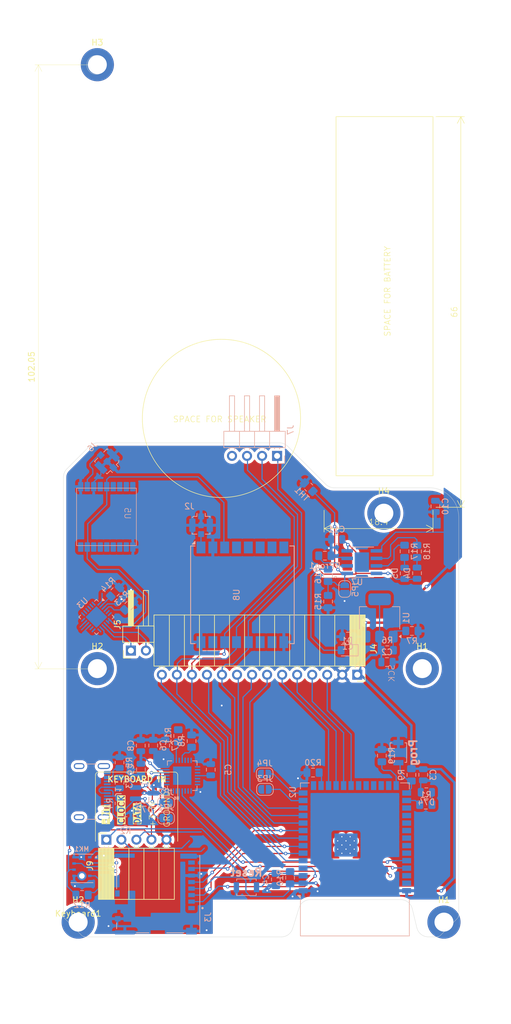
<source format=kicad_pcb>
(kicad_pcb (version 20241229) (generator "pcbnew") (generator_version "9.0")
  (layers (0 "F.Cu" signal) (2 "B.Cu" signal) (13 "F.Paste" user) (15 "B.Paste" user) (5 "F.SilkS" user "F.Silkscreen") (7 "B.SilkS" user "B.Silkscreen") (1 "F.Mask" user) (3 "B.Mask" user) (25 "Edge.Cuts" user))
  (net 0 "")
  (net 1 "5V")
  (net 2 "3.3V")
  (net 3 "EN")
  (net 4 "Net-(J2-In)")
  (net 6 "USB_DN")
  (net 7 "USB_DP")
  (net 8 "Net-(D74-A)")
  (net 9 "Net-(U2-IO35)")
  (net 10 "Net-(J1-CC1)")
  (net 11 "USB_D+")
  (net 12 "USB_D-")
  (net 13 "Net-(J1-CC2)")
  (net 14 "Net-(U1-GND)")
  (net 15 "IO0")
  (net 18 "Display_LED_BacklightEN")
  (net 19 "T_IRQ")
  (net 20 "KEEB_SCL")
  (net 21 "Net-(U6-NC{slash}VPP)")
  (net 22 "Net-(U6-~{SUSPEND})")
  (net 23 "KEEB_D")
  (net 24 "SHARED_CLCK")
  (net 25 "SHARED_MOSI")
  (net 26 "SHARED_MISO")
  (net 29 "LoRa_DIO2")
  (net 30 "LoRa_RST")
  (net 32 "LoRa_DIO1")
  (net 34 "LoRa_Select")
  (net 37 "MICRO_SD_CS")
  (net 38 "Net-(U6-~{RST})")
  (net 41 "SPEAKER+")
  (net 42 "SPEAKER-")
  (net 43 "Net-(J6-In)")
  (net 54 "Display_DC")
  (net 55 "Display_RST")
  (net 56 "Display_SCK")
  (net 57 "Display_MOSI")
  (net 58 "T_CS")
  (net 59 "Display_MISO")
  (net 60 "Display_CS")
  (net 61 "BigSD_CS")
  (net 62 "Interface_Tx")
  (net 63 "Interface_Rx")
  (net 67 "KEEB_INT")
  (net 81 "GPS_On{slash}OFF")
  (net 82 "GPS_SlaveOut")
  (net 83 "GPS_RST")
  (net 84 "GPS_SlaveIn")
  (net 85 "Batt+")
  (net 86 "MIC_BCLK")
  (net 87 "MIC_LRCK")
  (net 88 "MIC_DOUT")
  (net 89 "MIC_EN")
  (net 90 "Net-(MK1-L{slash}R)")
  (net 91 "Net-(U3-SD_MODE)")
  (net 92 "Net-(U3-GAIN_SLOT)")
  (net 93 "SPKR_DIN")
  (net 94 "SPKR_LRCK")
  (net 96 "Net-(JP1-A)")
  (net 97 "SPKR_BCLK")
  (net 98 "Net-(JP2-A)")
  (net 99 "SPKR_EN")
  (net 100 "Net-(D4-K)")
  (net 101 "Net-(D5-K)")
  (net 102 "Net-(JP5-B)")
  (net 103 "Net-(U2-IO45)")
  (net 104 "Net-(U2-IO46)")
  (net 105 "Net-(U7-~{CHRG})")
  (net 106 "Net-(U7-~{STDBY})")
  (net 107 "Net-(U7-PROG)")
  (net 108 "GND")
  (footprint "Connector_PinHeader_2.54mm:PinHeader_1x02_P2.54mm_Horizontal" (layer "F.Cu") (at 138.86 83.11 90)
    (property "Reference" "J5")
    (property "Value" "Conn_01x02_Pin")
  )
  (footprint "MountingHole:MountingHole_3.2mm_M3_DIN965_Pad_TopBottom" (layer "F.Cu") (at 191.75 128.99)
    (property "Reference" "H1")
    (property "Value" "MountingHole_Pad_MP")
  )
  (footprint "MountingHole:MountingHole_3.2mm_M3_DIN965_Pad_TopBottom" (layer "F.Cu") (at 181.6 59.9)
    (property "Reference" "H4")
    (property "Value" "MountingHole_Pad_MP")
  )
  (footprint "TestPoint:TestPoint_Pad_1.0x1.0mm" (layer "F.Cu") (at 129.95 128.99)
    (property "Reference" "Keyboard1")
    (property "Value" "Keyboard")
  )
  (footprint "Connector_PinSocket_2.54mm:PinSocket_1x05_P2.54mm_Horizontal" (layer "F.Cu") (at 134.71 115.06 90)
    (property "Reference" "J9")
    (property "Value" "Conn_01x05_Socket")
  )
  (footprint "MountingHole:MountingHole_3.2mm_M3_DIN965_Pad_TopBottom" (layer "F.Cu") (at 129.95 128.99)
    (property "Reference" "H2")
    (property "Value" "MountingHole_Pad_MP")
  )
  (footprint "Connector_PinSocket_2.54mm:PinSocket_1x14_P2.54mm_Horizontal" (layer "F.Cu") (at 177.11 87.19 -90)
    (property "Reference" "J4")
    (property "Value" "Conn_01x14_Socket")
  )
  (footprint "MountingHole:MountingHole_3.2mm_M3_DIN965_Pad_TopBottom" (layer "F.Cu") (at 188.09 86.165)
    (property "Reference" "H1")
    (property "Value" "MountingHole_Pad_MP")
  )
  (footprint "MountingHole:MountingHole_3.2mm_M3_DIN965_Pad_TopBottom" (layer "F.Cu") (at 133.19 86.165)
    (property "Reference" "H2")
    (property "Value" "MountingHole_Pad_MP")
  )
  (footprint "MountingHole:MountingHole_3.2mm_M3_DIN965_Pad_TopBottom" (layer "F.Cu") (at 133.19 -15.871853)
    (property "Reference" "H3")
    (property "Value" "MountingHole_Pad_MP")
  )
  (footprint "USB4105-GF-A (1):M210Z" (layer "B.Cu") (at 135.78 60.12 90)
    (property "Reference" "U5")
    (property "Value" "M210Z")
  )
  (footprint "Capacitor_SMD:C_0805_2012Metric" (layer "B.Cu") (at 142.63 99.139997 90)
    (property "Reference" "C6")
    (property "Value" "100nF")
  )
  (footprint "Capacitor_SMD:C_0805_2012Metric" (layer "B.Cu") (at 190.3 58.749999 90)
    (property "Reference" "C10")
    (property "Value" "10uF")
  )
  (footprint "Jumper:SolderJumper-2_P1.3mm_Open_RoundedPad1.0x1.5mm" (layer "B.Cu") (at 161.51 106.565001 180)
    (property "Reference" "JP3")
    (property "Value" "SolderJumper_2_Open")
  )
  (footprint "Capacitor_SMD:C_0805_2012Metric_Pad1.18x1.45mm_HandSolder" (layer "B.Cu") (at 181.26 100.865001 90)
    (property "Reference" "R19")
    (property "Value" "10kΩ")
  )
  (footprint "Package_DFN_QFN:QFN-24-1EP_4x4mm_P0.5mm_EP2.6x2.6mm" (layer "B.Cu") (at 133.037418 77.442582 -135)
    (property "Reference" "U3")
    (property "Value" "MAX98357AETE_T")
  )
  (footprint "Capacitor_SMD:C_0805_2012Metric" (layer "B.Cu") (at 140.53 99.17 -90)
    (property "Reference" "C8")
    (property "Value" "100nF")
  )
  (footprint "Jumper:SolderJumper-2_P1.3mm_Open_RoundedPad1.0x1.5mm" (layer "B.Cu") (at 144.799998 111.41 180)
    (property "Reference" "JP1")
    (property "Value" "SolderJumper_2_Open")
  )
  (footprint "Resistor_SMD:R_0805_2012Metric_Pad1.20x1.40mm_HandSolder" (layer "B.Cu") (at 168.9 55.5 -45)
    (property "Reference" "TH1")
    (property "Value" "Thermistor_NTC")
  )
  (footprint "Resistor_SMD:R_0805_2012Metric" (layer "B.Cu") (at 136.939999 102.0375 90)
    (property "Reference" "R5")
    (property "Value" "5.1kΩ")
  )
  (footprint "Resistor_SMD:R_0805_2012Metric" (layer "B.Cu") (at 136.939999 108.9375 -90)
    (property "Reference" "R4")
    (property "Value" "22Ω")
  )
  (footprint "Capacitor_SMD:C_0805_2012Metric" (layer "B.Cu") (at 144.66 99.139997 90)
    (property "Reference" "C7")
    (property "Value" "1uF")
  )
  (footprint "Capacitor_SMD:C_0805_2012Metric" (layer "B.Cu") (at 187.202038 70.036845 -90)
    (property "Reference" "D4")
    (property "Value" "LED")
  )
  (footprint "Capacitor_SMD:C_0805_2012Metric_Pad1.18x1.45mm_HandSolder" (layer "B.Cu") (at 138.547548 75.510413 -135)
    (property "Reference" "R13")
    (property "Value" "10kΩ")
  )
  (footprint "Capacitor_SMD:C_0805_2012Metric" (layer "B.Cu") (at 175.524539 80.756844)
    (property "Reference" "C1")
    (property "Value" "10uF")
  )
  (footprint "Capacitor_SMD:C_0805_2012Metric_Pad1.18x1.45mm_HandSolder" (layer "B.Cu") (at 146.853251 97.522498 -90)
    (property "Reference" "R11")
    (property "Value" "10kΩ")
  )
  (footprint "Package_TO_SOT_SMD:SOT-223-3_TabPin2" (layer "B.Cu") (at 180.87454 77.606844 90)
    (property "Reference" "U1")
    (property "Value" "AMS1117-3.3")
  )
  (footprint "Capacitor_SMD:C_0805_2012Metric" (layer "B.Cu") (at 188.25 104.1 90)
    (property "Reference" "C3")
    (property "Value" "1uF")
  )
  (footprint "Capacitor_SMD:C_0805_2012Metric" (layer "B.Cu") (at 140.55 103.19 -90)
    (property "Reference" "C9")
    (property "Value" "4.7uF")
  )
  (footprint "RF_Module:Ai-Thinker-Ra-01-LoRa" (layer "B.Cu") (at 157.7 73.69 -90)
    (property "Reference" "U8")
    (property "Value" "RA-01H")
  )
  (footprint "Capacitor_SMD:C_0805_2012Metric_Pad1.18x1.45mm_HandSolder" (layer "B.Cu") (at 130.6 124.4)
    (property "Reference" "R12")
    (property "Value" "10kΩ")
  )
  (footprint "Capacitor_SMD:C_0805_2012Metric_Pad1.18x1.45mm_HandSolder" (layer "B.Cu") (at 186.250002 104.112501 -90)
    (property "Reference" "R9")
    (property "Value" "10kΩ")
  )
  (footprint "RF_Module:ESP32-S3-WROOM-1" (layer "B.Cu") (at 176.7 118.425001)
    (property "Reference" "U2")
    (property "Value" "ESP32-S3-WROOM-1-N8")
  )
  (footprint "Capacitor_SMD:C_0805_2012Metric" (layer "B.Cu") (at 182.124539 85.056844 180)
    (property "Reference" "C2")
    (property "Value" "22uF")
  )
  (footprint "Capacitor_SMD:C_0805_2012Metric" (layer "B.Cu") (at 188.774999 107.050001)
    (property "Reference" "D74")
    (property "Value" "LED")
  )
  (footprint "Capacitor_SMD:C_0805_2012Metric" (layer "B.Cu") (at 185.112038 70.066845 -90)
    (property "Reference" "D5")
    (property "Value" "LED")
  )
  (footprint "Capacitor_SMD:C_0805_2012Metric" (layer "B.Cu") (at 152.35 103.239999 -90)
    (property "Reference" "C5")
    (property "Value" "4.7uF")
  )
  (footprint "USB4105-GF-A (1):QFN28G_0.5-5X5MM" (layer "B.Cu") (at 147.53 104.25)
    (property "Reference" "U6")
    (property "Value" "INTERFACE-CP2102-GMR_QFN28_")
    (property "VALUE" "CP2102-GMR-QFN28" (hide yes))
  )
  (footprint "Connector_PinHeader_2.54mm:PinHeader_1x04_P2.54mm_Horizontal" (layer "B.Cu") (at 163.559999 50.22 90)
    (property "Reference" "J7")
    (property "Value" "Conn_01x04_Pin")
  )
  (footprint "Capacitor_SMD:C_0805_2012Metric_Pad1.18x1.45mm_HandSolder" (layer "B.Cu") (at 165.749999 121.487501 -90)
    (property "Reference" "R10")
    (property "Value" "10kΩ")
  )
  (footprint "Capacitor_SMD:C_0805_2012Metric_Pad1.18x1.45mm_HandSolder" (layer "B.Cu") (at 182.17454 83.056844 180)
    (property "Reference" "R6")
    (property "Value" "500Ω")
  )
  (footprint "Jumper:SolderJumper-2_P1.3mm_Open_RoundedPad1.0x1.5mm" (layer "B.Cu") (at 144.809999 108.84 180)
    (property "Reference" "JP2")
    (property "Value" "SolderJumper_2_Open")
  )
  (footprint "Package_TO_SOT_SMD:SOT-23_Handsoldering" (layer "B.Cu") (at 141.139999 107.2)
    (property "Reference" "D72")
    (property "Value" "ESDA5V3L")
  )
  (footprint "USB4105-GF-A (1):SW_SPST_B3U-1000P_MovedText" (layer "B.Cu") (at 158.379999 123.1 180)
    (property "Reference" "SW2")
    (property "Value" "Reset")
  )
  (footprint "Capacitor_SMD:C_0805_2012Metric_Pad1.18x1.45mm_HandSolder" (layer "B.Cu") (at 171.634538 67.086844)
    (property "Reference" "RProg1")
    (property "Value" "330")
  )
  (footprint "Jumper:SolderJumper-2_P1.3mm_Open_RoundedPad1.0x1.5mm" (layer "B.Cu") (at 174.982038 72.706843 90)
    (property "Reference" "JP5")
    (property "Value" "SolderJumper_2_Open")
  )
  (footprint "Resistor_SMD:R_0805_2012Metric" (layer "B.Cu") (at 136.939999 105.4625 90)
    (property "Reference" "R3")
    (property "Value" "22Ω")
  )
  (footprint "Connector_USB:USB_C_Receptacle_GCT_USB4105-xx-A_16P_TopMnt_Horizontal" (layer "B.Cu") (at 131.184999 106.95 90)
    (property "Reference" "J1")
    (property "Value" "USB4105-GF-A")
  )
  (footprint "Connector_Coaxial:U.FL_Molex_MCRF_73412-0110_Vertical" (layer "B.Cu") (at 134.827702 51.142004 45)
    (property "Reference" "J6")
    (property "Value" "Conn_Coaxial")
  )
  (footprint "Capacitor_SMD:C_0805_2012Metric_Pad1.18x1.45mm_HandSolder" (layer "B.Cu") (at 163.35 121.787501 -90)
    (property "Reference" "C4")
    (property "Value" "1uF")
  )
  (footprint "USB4105-GF-A (1):SW_SPST_B3U-1000P_MovedText" (layer "B.Cu") (at 184.05 100.35 90)
    (property "Reference" "SW1")
    (property "Value" "Prog")
  )
  (footprint "USB4105-GF-A (1):MIC_INMP441" (layer "B.Cu") (at 130.58 119.9 180)
    (property "Reference" "MK1")
    (property "Value" "INMP441")
  )
  (footprint "Diode_SMD:D_0805_2012Metric_Pad1.15x1.40mm_HandSolder" (layer "B.Cu") (at 175.399537 83.056844 180)
    (property "Reference" "D1")
    (property "Value" "D")
  )
  (footprint "USB4105-GF-A (1):SOP127P600X175-9N" (layer "B.Cu") (at 177.877038 68.171844)
    (property "Reference" "U7")
    (property "Value" "TP4056")
  )
  (footprint "USB4105-GF-A (1):MOLEX_503398-1892" (layer "B.Cu") (at 143.475 124.245001 90)
    (property "Reference" "J3")
    (property "Value" "503398-1892")
  )
  (footprint "Capacitor_SMD:C_0805_2012Metric" (layer "B.Cu") (at 173.622037 64.326844 180)
    (property "Reference" "C11")
    (property "Value" "10uF")
  )
  (footprint "Capacitor_SMD:C_0805_2012Metric_Pad1.18x1.45mm_HandSolder" (layer "B.Cu") (at 172.174538 74.829344 -90)
    (property "Reference" "R15")
    (property "Value" "R2")
  )
  (footprint "Capacitor_SMD:C_0805_2012Metric_Pad1.18x1.45mm_HandSolder" (layer "B.Cu") (at 186.337502 79.8)
    (property "Reference" "R7")
    (property "Value" "806Ω")
  )
  (footprint "Capacitor_SMD:C_0805_2012Metric_Pad1.18x1.45mm_HandSolder" (layer "B.Cu") (at 172.162038 70.404344 -90)
    (property "Reference" "R16")
    (property "Value" "R1")
  )
  (footprint "Capacitor_SMD:C_0805_2012Metric_Pad1.18x1.45mm_HandSolder" (layer "B.Cu") (at 187.192038 66.354344 90)
    (property "Reference" "R18")
    (property "Value" "1000")
  )
  (footprint "Resistor_SMD:R_0805_2012Metric" (layer "B.Cu") (at 137.952499 111.924999)
    (property "Reference" "R2")
    (property "Value" "5.1kΩ")
  )
  (footprint "Jumper:SolderJumper-2_P1.3mm_Open_RoundedPad1.0x1.5mm" (layer "B.Cu") (at 161.46 103.965002 180)
    (property "Reference" "JP4")
    (property "Value" "SolderJumper_2_Open")
  )
  (footprint "Capacitor_SMD:C_0805_2012Metric_Pad1.18x1.45mm_HandSolder" (layer "B.Cu") (at 188.6875 109.150001 180)
    (property "Reference" "R1")
    (property "Value" "1000")
  )
  (footprint "Capacitor_SMD:C_0805_2012Metric_Pad1.18x1.45mm_HandSolder" (layer "B.Cu") (at 149.11 98.407498 -90)
    (property "Reference" "R8")
    (property "Value" "10kΩ")
  )
  (footprint "Connector_Coaxial:U.FL_Molex_MCRF_73412-0110_Vertical" (layer "B.Cu") (at 150.714999 61.94 180)
    (property "Reference" "J2")
    (property "Value" "Conn_Coaxial")
  )
  (footprint "Capacitor_SMD:C_0805_2012Metric_Pad1.18x1.45mm_HandSolder" (layer "B.Cu") (at 136.187579 73.203477 -135)
    (property "Reference" "R14")
    (property "Value" "10kΩ")
  )
  (footprint "Capacitor_SMD:C_0805_2012Metric_Pad1.18x1.45mm_HandSolder" (layer "B.Cu") (at 169.63 103.73 180)
    (property "Reference" "R20")
    (property "Value" "10kΩ")
  )
  (footprint "Capacitor_SMD:C_0805_2012Metric_Pad1.18x1.45mm_HandSolder" (layer "B.Cu") (at 185.092038 66.344344 90)
    (property "Reference" "R17")
    (property "Value" "1000")
  )
  (gr_poly (pts (xy 191.8 55.7) (xy 194.7 57.8) (xy 194.7 67.3) (xy 192.7 69.3) (xy 192.6 69.3) (xy 191.8 68.5)) (stroke (width 0.2)) (fill yes) (layer "B.Cu") (net 85))
  (gr_poly (pts (xy 145.11 102.86) (xy 146.01 101.96) (xy 146.01 100.79) (xy 145.3 100.08) (xy 143.22 100.08) (xy 142.75 100.55) (xy 142.75 102.05) (xy 143.56 102.86)) (stroke (width 0.2)) (fill yes) (layer "B.Cu") (net 1))
  (gr_arc (start 132.87 104.14) (mid 133.016447 103.786447) (end 133.37 103.64) (stroke (width 0.1)) (layer "F.SilkS"))
  (gr_line (start 133.37 103.64) (end 146.27 103.64) (stroke (width 0.1)) (layer "F.SilkS"))
  (gr_rect (start 173.52 -7.1) (end 189.9 53.58) (stroke (width 0.1)) (fill no) (layer "F.SilkS"))
  (gr_line (start 146.77 104.14) (end 146.77 115.34) (stroke (width 0.1)) (layer "F.SilkS"))
  (gr_circle (center 154.16 43.89) (end 163.61 53.34) (stroke (width 0.1)) (fill no) (layer "F.SilkS"))
  (gr_arc (start 146.27 103.64) (mid 146.623553 103.786447) (end 146.77 104.14) (stroke (width 0.1)) (layer "F.SilkS"))
  (gr_line (start 132.87 115.34) (end 132.87 104.14) (stroke (width 0.1)) (layer "F.SilkS"))
  (gr_line (start 166.186005 130.081367) (end 167.263995 126.598632) (stroke (width 0.05)) (layer "Edge.Cuts"))
  (gr_arc (start 166.186005 130.081367) (mid 165.462295 131.099785) (end 164.275434 131.49) (stroke (width 0.05)) (layer "Edge.Cuts"))
  (gr_arc (start 131.864213 48.595787) (mid 132.513061 48.16225) (end 133.278427 48.01) (stroke (width 0.05)) (layer "Edge.Cuts"))
  (gr_arc (start 127.45 53.838427) (mid 127.602241 53.07306) (end 128.035786 52.424214) (stroke (width 0.05)) (layer "Edge.Cuts"))
  (gr_line (start 127.45 127.725786) (end 127.45 53.838427) (stroke (width 0.05)) (layer "Edge.Cuts"))
  (gr_arc (start 191.192893 131.197107) (mid 190.868469 131.413875) (end 190.485786 131.49) (stroke (width 0.05)) (layer "Edge.Cuts"))
  (gr_line (start 186.39805 126.723137) (end 187.173231 129.952201) (stroke (width 0.05)) (layer "Edge.Cuts"))
  (gr_line (start 189.25 55.6) (end 173.178427 55.6) (stroke (width 0.05)) (layer "Edge.Cuts"))
  (gr_circle (center 133 -15.836853) (end 134.6 -15.836853) (stroke (width 0.05)) (fill no) (layer "Edge.Cuts"))
  (gr_arc (start 184.453304 125.19) (mid 185.691503 125.619375) (end 186.39805 126.723137) (stroke (width 0.05)) (layer "Edge.Cuts"))
  (gr_arc (start 127.742893 128.432893) (mid 127.526125 128.108469) (end 127.45 127.725786) (stroke (width 0.05)) (layer "Edge.Cuts"))
  (gr_line (start 171.764213 55.014213) (end 165.345786 48.595786) (stroke (width 0.05)) (layer "Edge.Cuts"))
  (gr_arc (start 163.931573 48.01) (mid 164.69694 48.162241) (end 165.345786 48.595786) (stroke (width 0.05)) (layer "Edge.Cuts"))
  (gr_arc (start 189.111197 131.485326) (mid 187.877118 131.053862) (end 187.173231 129.952201) (stroke (width 0.05)) (layer "Edge.Cuts"))
  (gr_line (start 130.507107 131.197107) (end 129.95 130.64) (stroke (width 0.05)) (layer "Edge.Cuts"))
  (gr_arc (start 194.25 127.725786) (mid 194.17388 128.108469) (end 193.957107 128.432893) (stroke (width 0.05)) (layer "Edge.Cuts"))
  (gr_arc (start 131.214214 131.49) (mid 130.831531 131.41388) (end 130.507107 131.197107) (stroke (width 0.05)) (layer "Edge.Cuts"))
  (gr_line (start 169.174566 125.19) (end 184.453304 125.19) (stroke (width 0.05)) (layer "Edge.Cuts"))
  (gr_line (start 194.25 60.6) (end 194.25 127.725786) (stroke (width 0.05)) (layer "Edge.Cuts"))
  (gr_arc (start 173.178427 55.6) (mid 172.41306 55.447759) (end 171.764213 55.014213) (stroke (width 0.05)) (layer "Edge.Cuts"))
  (gr_arc (start 189.25 55.6) (mid 192.785534 57.064466) (end 194.25 60.6) (stroke (width 0.05)) (layer "Edge.Cuts"))
  (gr_line (start 193.957107 128.432893) (end 191.75 130.64) (stroke (width 0.05)) (layer "Edge.Cuts"))
  (gr_line (start 131.864213 48.595787) (end 128.035786 52.424214) (stroke (width 0.05)) (layer "Edge.Cuts"))
  (gr_line (start 189.111197 131.485326) (end 190.49 131.49) (stroke (width 0.05)) (layer "Edge.Cuts"))
  (gr_arc (start 167.263995 126.598632) (mid 167.987705 125.580215) (end 169.174566 125.19) (stroke (width 0.05)) (layer "Edge.Cuts"))
  (gr_line (start 131.214214 131.49) (end 164.275434 131.49) (stroke (width 0.05)) (layer "Edge.Cuts"))
  (gr_line (start 163.931573 48.01) (end 133.278427 48.01) (stroke (width 0.05)) (layer "Edge.Cuts"))
  (gr_line (start 127.742893 128.432893) (end 129.95 130.64) (stroke (width 0.05)) (layer "Edge.Cuts"))
  (gr_line (start 191.192893 131.197107) (end 191.75 130.64) (stroke (width 0.05)) (layer "Edge.Cuts"))
  (gr_text "CLOCK" (at 137.87 112.568254 90) (layer "F.SilkS" knockout) (effects (font (size 1 1) (thickness 0.2) (bold yes)) (justify left bottom)))
  (gr_text "+3.3V" (at 143.08 113.058254 90) (layer "F.SilkS") (effects (font (size 1 1) (thickness 0.1)) (justify left bottom)))
  (gr_text "SPACE FOR SPEAKER" (at 145.92 44.61 0) (layer "F.SilkS") (effects (font (size 1 1) (thickness 0.1)) (justify left bottom)))
  (gr_text "DATA" (at 140.55 112.608254 90) (layer "F.SilkS" knockout) (effects (font (size 1 1) (thickness 0.2) (bold yes)) (justify left bottom)))
  (gr_text "~INT" (at 135.255 112.458254 90) (layer "F.SilkS" knockout) (effects (font (size 1 1) (thickness 0.2) (bold yes)) (justify left bottom)))
  (gr_text "SPACE FOR BATTERY" (at 182.79 30.12 90) (layer "F.SilkS") (effects (font (size 1 1) (thickness 0.1)) (justify left bottom)))
  (gr_text "KEYBOARD IN" (at 134.77 105.44 0) (layer "F.SilkS") (effects (font (size 1 1) (thickness 0.2) (bold yes)) (justify left bottom)))
  (gr_text "GROUND" (at 145.53 113.04 90) (layer "F.SilkS") (effects (font (size 1 1) (thickness 0.1)) (justify left bottom)))
  (gr_text "SCK" (at 183.5 85.4 90) (layer "B.SilkS") (effects (font (size 1 1) (thickness 0.1)) (justify left bottom mirror)))
  (dimension (type orthogonal) (layer "F.SilkS") (pts (xy 171.5 58.9) (xy 189.9 58.9)) (height 3.6) (orientation 0) (format (prefix "") (suffix "") (units 3) (units_format 0) (precision 4) (suppress_zeroes yes)) (style (thickness 0.1) (arrow_length 1.27) (text_position_mode 0) (arrow_direction outward) (extension_height 0.58642) (extension_offset 0.5) (keep_text_aligned yes)) (gr_text "18.4" (at 180.7 61.4 0) (layer "F.SilkS") (effects (font (size 1 1) (thickness 0.1)))))
  (dimension (type orthogonal) (layer "F.SilkS") (pts (xy 133 86.2) (xy 133 -15.85)) (height -9.77) (orientation 1) (format (prefix "") (suffix "") (units 3) (units_format 0) (precision 4) (suppress_zeroes yes)) (style (thickness 0.05) (arrow_length 1.27) (text_position_mode 0) (arrow_direction outward) (extension_height 0.58642) (extension_offset 0.5) (keep_text_aligned yes)) (gr_text "102.05" (at 122.08 35.175 90) (layer "F.SilkS") (effects (font (size 1 1) (thickness 0.15)))))
  (dimension (type orthogonal) (layer "F.SilkS") (pts (xy 189.9 58.9) (xy 189.9 -7.1)) (height 4.7) (orientation 1) (format (prefix "") (suffix "") (units 3) (units_format 0) (precision 4) (suppress_zeroes yes)) (style (thickness 0.1) (arrow_length 1.27) (text_position_mode 0) (arrow_direction outward) (extension_height 0.58642) (extension_offset 0.5) (keep_text_aligned yes)) (gr_text "66" (at 193.5 25.9 90) (layer "F.SilkS") (effects (font (size 1 1) (thickness 0.1)))))
  (segment (start 175.52 65.23) (end 175.63 65.23) (width 0.2) (layer "F.Cu") (net 1))
  (segment (start 182.29 70.07) (end 176.99085 70.07) (width 0.2) (layer "F.Cu") (net 1))
  (segment (start 170.556844 69.356844) (end 170.474538 69.356844) (width 0.2) (layer "F.Cu") (net 1))
  (segment (start 176.86085 66.46085) (end 176.86085 70.2) (width 0.2) (layer "F.Cu") (net 1))
  (segment (start 171.4 70.2) (end 170.556844 69.356844) (width 0.2) (layer "F.Cu") (net 1))
  (segment (start 175.63 65.23) (end 176.86085 66.46085) (width 0.2) (layer "F.Cu") (net 1))
  (segment (start 176.86085 70.2) (end 171.4 70.2) (width 0.2) (layer "F.Cu") (net 1))
  (segment (start 176.99085 70.07) (end 176.86085 70.2) (width 0.2) (layer "F.Cu") (net 1))
  (via (at 182.29 70.07) (size 0.6) (drill 0.3) (layers "F.Cu" "B.Cu") (net 1))
  (via (at 144.38 101.47) (size 0.6) (drill 0.3) (layers "F.Cu" "B.Cu") (net 1))
  (via (at 170.474538 69.356844) (size 0.6) (drill 0.3) (layers "F.Cu" "B.Cu") (net 1))
  (via (at 175.52 65.23) (size 0.6) (drill 0.3) (layers "F.Cu" "B.Cu") (net 1))
  (segment (start 146.03 100.78) (end 145.409999 100.160001) (width 0.2) (layer "B.Cu") (net 1))
  (segment (start 142.75 99.94) (end 142.75 102.019998) (width 0.2) (layer "B.Cu") (net 1))
  (segment (start 142.75 102.019998) (end 142.750002 102.02) (width 0.2) (layer "B.Cu") (net 1))
  (segment (start 142.970001 100.16) (end 142.75 99.94) (width 0.2) (layer "B.Cu") (net 1))
  (segment (start 145.409999 100.160001) (end 142.970001 100.16) (width 0.2) (layer "B.Cu") (net 1))
  (segment (start 172.152038 69.356844) (end 172.162038 69.366844) (width 0.2) (layer "B.Cu") (net 1))
  (segment (start 180.358882 70.07) (end 180.352038 70.076844) (width 0.2) (layer "B.Cu") (net 1))
  (segment (start 175.51 65.1925) (end 174.5475 64.23) (width 0.2) (layer "B.Cu") (net 1))
  (segment (start 187.132038 71.056844) (end 187.202038 70.986844) (width 0.2) (layer "B.Cu") (net 1))
  (segment (start 182.29 70.07) (end 180.358882 70.07) (width 0.2) (layer "B.Cu") (net 1))
  (segment (start 169.274538 80.856844) (end 169.274538 70.556844) (width 0.2) (layer "B.Cu") (net 1))
  (segment (start 144.66 101.19) (end 144.38 101.47) (width 0.2) (layer "B.Cu") (net 1))
  (segment (start 169.274538 70.556844) (end 170.474538 69.356844) (width 0.2) (layer "B.Cu") (net 1))
  (segment (start 144.94 102.750001) (end 143.480002 102.75) (width 0.2) (layer "B.Cu") (net 1))
  (segment (start 174.374538 83.056844) (end 171.474538 83.056844) (width 0.2) (layer "B.Cu") (net 1))
  (segment (start 175.402038 66.266844) (end 175.51 66.158882) (width 0.2) (layer "B.Cu") (net 1))
  (segment (start 183.674538 71.056844) (end 187.132038 71.056844) (width 0.2) (layer "B.Cu") (net 1))
  (segment (start 146.03 101.66) (end 146.03 100.78) (width 0.2) (layer "B.Cu") (net 1))
  (segment (start 180.352038 70.076844) (end 182.694538 70.076844) (width 0.2) (layer "B.Cu") (net 1))
  (segment (start 143.480002 102.75) (end 142.750002 102.02) (width 0.2) (layer "B.Cu") (net 1))
  (segment (start 170.474538 69.356844) (end 172.152038 69.356844) (width 0.2) (layer "B.Cu") (net 1))
  (segment (start 175.51 66.158882) (end 175.51 65.1925) (width 0.2) (layer "B.Cu") (net 1))
  (segment (start 182.694538 70.076844) (end 183.674538 71.056844) (width 0.2) (layer "B.Cu") (net 1))
  (segment (start 171.474538 83.056844) (end 169.274538 80.856844) (width 0.2) (layer "B.Cu") (net 1))
  (segment (start 171.4 123.7) (end 170.1 122.4) (width 0.4) (layer "F.Cu") (net 2))
  (segment (start 142.33 114.63) (end 142.33 115.06) (width 0.2) (layer "F.Cu") (net 2))
  (segment (start 143.85 103.89) (end 142.11 102.15) (width 0.2) (layer "F.Cu") (net 2))
  (segment (start 128.5 116.9) (end 128.5 114.8) (width 0.2) (layer "F.Cu") (net 2))
  (segment (start 143.85 109.58) (end 143.85 103.89) (width 0.2) (layer "F.Cu") (net 2))
  (segment (start 142.33 115.06) (end 142.33 111.1) (width 0.2) (layer "F.Cu") (net 2))
  (segment (start 191.3 123.7) (end 171.4 123.7) (width 0.4) (layer "F.Cu") (net 2))
  (segment (start 128.5 114.8) (end 129.9 113.4) (width 0.2) (layer "F.Cu") (net 2))
  (segment (start 142.33 111.1) (end 143.85 109.58) (width 0.2) (layer "F.Cu") (net 2))
  (segment (start 141.1 113.4) (end 142.33 114.63) (width 0.2) (layer "F.Cu") (net 2))
  (segment (start 129.9 113.4) (end 141.1 113.4) (width 0.2) (layer "F.Cu") (net 2))
  (via (at 142.11 102.15) (size 0.6) (drill 0.3) (layers "F.Cu" "B.Cu") (net 2))
  (via (at 170.1 122.4) (size 0.6) (drill 0.3) (layers "F.Cu" "B.Cu") (net 2))
  (via (at 128.5 116.9) (size 0.6) (drill 0.3) (layers "F.Cu" "B.Cu") (net 2))
  (via (at 191.3 123.7) (size 0.6) (drill 0.3) (layers "F.Cu" "B.Cu") (net 2))
  (segment (start 128.1 120.6) (end 128.32 120.38) (width 0.2) (layer "B.Cu") (net 2))
  (segment (start 131.47 67.61) (end 131.47 65.63) (width 0.2) (layer "B.Cu") (net 2))
  (segment (start 181.13704 83.056844) (end 181.17454 83.094344) (width 0.2) (layer "B.Cu") (net 2))
  (segment (start 128.5 116.98) (end 128.32 117.16) (width 0.2) (layer "B.Cu") (net 2))
  (segment (start 165.749999 123.540001) (end 165.749999 122.525001) (width 0.2) (layer "B.Cu") (net 2))
  (segment (start 188.25 103.150001) (end 191.250001 103.150001) (width 0.4) (layer "B.Cu") (net 2))
  (segment (start 159.06 124.67) (end 164.62 124.67) (width 0.2) (layer "B.Cu") (net 2))
  (segment (start 128.1 122.9375) (end 128.1 120.6) (width 0.2) (layer "B.Cu") (net 2))
  (segment (start 135.291321 77.937557) (end 136.461583 79.107818) (width 0.2) (layer "B.Cu") (net 2))
  (segment (start 128.32 117.16) (end 128.32 120.38) (width 0.2) (layer "B.Cu") (net 2))
  (segment (start 180.87454 80.756843) (end 180.87454 74.456845) (width 0.2) (layer "B.Cu") (net 2))
  (segment (start 136.8 69.41) (end 133.27 69.41) (width 0.2) (layer "B.Cu") (net 2))
  (segment (start 170.1 122.4) (end 167.965001 122.4) (width 0.4) (layer "B.Cu") (net 2))
  (segment (start 186.250002 103.075001) (end 186.250002 95.750002) (width 0.4) (layer "B.Cu") (net 2))
  (segment (start 181.17454 83.094344) (end 181.17454 85.056844) (width 0.3) (layer "B.Cu") (net 2))
  (segment (start 131.57 61.69) (end 131.57 65.53) (width 0.2) (layer "B.Cu") (net 2))
  (segment (start 180.323884 83.87) (end 179.37 83.87) (width 0.4) (layer "B.Cu") (net 2))
  (segment (start 135.29132 77.928718) (end 135.291321 77.928718) (width 0.2) (layer "B.Cu") (net 2))
  (segment (start 181.13704 83.056844) (end 180.323884 83.87) (width 0.4) (layer "B.Cu") (net 2))
  (segment (start 141.35 73.96) (end 136.8 69.41) (width 0.2) (layer "B.Cu") (net 2))
  (segment (start 140.55 102.240002) (end 140.55 100.139998) (width 0.5) (layer "B.Cu") (net 2))
  (segment (start 177.6 85.64) (end 177.6 86.7) (width 0.4) (layer "B.Cu") (net 2))
  (segment (start 177.69 87.19) (end 177.11 87.19) (width 0.4) (layer "B.Cu") (net 2))
  (segment (start 180.87454 82.794344) (end 181.13704 83.056844) (width 0.2) (layer "B.Cu") (net 2))
  (segment (start 128.6 120.1) (end 129.219999 120.1) (width 0.2) (layer "B.Cu") (net 2))
  (segment (start 138.892182 79.107818) (end 141.35 76.65) (width 0.2) (layer "B.Cu") (net 2))
  (segment (start 135.22 53.77) (end 134.77 54.22) (width 0.2) (layer "B.Cu") (net 2))
  (segment (start 158.29 121.99) (end 158.29 123.9) (width 0.2) (layer "B.Cu") (net 2))
  (segment (start 140.55 100.139998) (end 140.53 100.119997) (width 0.2) (layer "B.Cu") (net 2))
  (segment (start 191.250001 103.150001) (end 193.5 105.4) (width 0.4) (layer "B.Cu") (net 2))
  (segment (start 154.57 58.12) (end 150.22 53.77) (width 0.2) (layer "B.Cu") (net 2))
  (segment (start 134.78 55.42) (end 134.78 58.48) (width 0.2) (layer "B.Cu") (net 2))
  (segment (start 133.27 69.41) (end 131.47 67.61) (width 0.2) (layer "B.Cu") (net 2))
  (segment (start 150.22 53.77) (end 135.22 53.77) (width 0.2) (layer "B.Cu") (net 2))
  (segment (start 149.1 123.325001) (end 151.064999 123.325001) (width 0.2) (layer "B.Cu") (net 2))
  (segment (start 186.250002 103.075001) (end 188.175 103.075001) (width 0.4) (layer "B.Cu") (net 2))
  (segment (start 136.461583 79.107818) (end 138.892182 79.107818) (width 0.2) (layer "B.Cu") (net 2))
  (segment (start 186.250002 95.750002) (end 177.69 87.19) (width 0.4) (layer "B.Cu") (net 2))
  (segment (start 164.62 124.67) (end 165.749999 123.540001) (width 0.2) (layer "B.Cu") (net 2))
  (segment (start 129.5625 124.4) (end 128.1 122.9375) (width 0.2) (layer "B.Cu") (net 2))
  (segment (start 151.064999 123.325001) (end 153 121.39) (width 0.2) (layer "B.Cu") (net 2))
  (segment (start 131.47 65.63) (end 131.48 65.62) (width 0.2) (layer "B.Cu") (net 2))
  (segment (start 193.5 105.4) (end 193.5 121.5) (width 0.4) (layer "B.Cu") (net 2))
  (segment (start 135.291321 77.928718) (end 135.291321 77.937557) (width 0.2) (layer "B.Cu") (net 2))
  (segment (start 181.13704 83.056844) (end 181.062502 83.131382) (width 0.2) (layer "B.Cu") (net 2))
  (segment (start 144.94 103.25) (end 143.9 103.25) (width 0.2) (layer "B.Cu") (net 2))
  (segment (start 128.32 120.38) (end 128.6 120.1) (width 0.2) (layer "B.Cu") (net 2))
  (segment (start 141.35 76.65) (end 141.35 73.96) (width 0.2) (layer "B.Cu") (net 2))
  (segment (start 179.37 83.87) (end 177.6 85.64) (width 0.4) (layer "B.Cu") (net 2))
  (segment (start 167.95 122.415) (end 165.86 122.415001) (width 0.4) (layer "B.Cu") (net 2))
  (segment (start 180.87454 80.756843) (end 180.87454 82.794344) (width 0.6) (layer "B.Cu") (net 2))
  (segment (start 188.175 103.075001) (end 188.25 103.150001) (width 0.2) (layer "B.Cu") (net 2))
  (segment (start 154.7 65.69) (end 154.57 65.56) (width 0.2) (layer "B.Cu") (net 2))
  (segment (start 134.78 58.48) (end 131.57 61.69) (width 0.2) (layer "B.Cu") (net 2))
  (segment (start 131.57 65.53) (end 131.48 65.62) (width 0.2) (layer "B.Cu") (net 2))
  (segment (start 157.69 121.39) (end 158.29 121.99) (width 0.2) (layer "B.Cu") (net 2))
  (segment (start 128.5 116.9) (end 128.5 116.98) (width 0.2) (layer "B.Cu") (net 2))
  (segment (start 143.210002 103.25) (end 142 102.039997) (width 0.2) (layer "B.Cu") (net 2))
  (segment (start 167.965001 122.4) (end 167.95 122.415001) (width 0.2) (layer "B.Cu") (net 2))
  (segment (start 141.16 101.199997) (end 140.67 101.199998) (width 0.2) (layer "B.Cu") (net 2))
  (segment (start 193.5 121.5) (end 191.3 123.7) (width 0.4) (layer "B.Cu") (net 2))
  (segment (start 134.937767 78.28227) (end 135.29132 77.928718) (width 0.2) (layer "B.Cu") (net 2))
  (segment (start 154.57 65.56) (end 154.57 58.12) (width 0.2) (layer "B.Cu") (net 2))
  (segment (start 134.77 54.22) (end 134.78 54.23) (width 0.2) (layer "B.Cu") (net 2))
  (segment (start 158.29 123.9) (end 159.06 124.67) (width 0.2) (layer "B.Cu") (net 2))
  (segment (start 143.9 103.25) (end 143.210002 103.25) (width 0.2) (layer "B.Cu") (net 2))
  (segment (start 177.11 87.19) (end 177.6 86.7) (width 0.2) (layer "B.Cu") (net 2))
  (segment (start 134.78 54.23) (end 134.78 55.42) (width 0.2) (layer "B.Cu") (net 2))
  (segment (start 129.219999 120.1) (end 129.25 120.130001) (width 0.2) (layer "B.Cu") (net 2))
  (segment (start 153 121.39) (end 157.69 121.39) (width 0.2) (layer "B.Cu") (net 2))
  (segment (start 142 102.039997) (end 141.16 101.199997) (width 0.2) (layer "B.Cu") (net 2))
  (segment (start 163.35 120.750001) (end 162.349999 120.750001) (width 0.2) (layer "B.Cu") (net 3))
  (segment (start 161.4 122.52) (end 160.93 122.99) (width 0.2) (layer "B.Cu") (net 3))
  (segment (start 162.349999 120.750001) (end 161.4 121.7) (width 0.2) (layer "B.Cu") (net 3))
  (segment (start 167.95 121.145001) (end 166.445 121.145) (width 0.2) (layer "B.Cu") (net 3))
  (segment (start 160.93 122.99) (end 160.19 122.99) (width 0.2) (layer "B.Cu") (net 3))
  (segment (start 163.35 120.750001) (end 165.45 120.750002) (width 0.2) (layer "B.Cu") (net 3))
  (segment (start 161.4 121.7) (end 161.4 122.52) (width 0.2) (layer "B.Cu") (net 3))
  (segment (start 166.445 121.145) (end 165.750001 120.450001) (width 0.2) (layer "B.Cu") (net 3))
  (segment (start 160.19 122.99) (end 160.08 123.1) (width 0.2) (layer "B.Cu") (net 3))
  (segment (start 150.7 65.69) (end 150.7 63.454999) (width 0.2) (layer "B.Cu") (net 4))
  (segment (start 150.7 63.454999) (end 150.714999 63.44) (width 0.2) (layer "B.Cu") (net 4))
  (via (at 141.239999 108.15) (size 0.6) (drill 0.3) (layers "F.Cu" "B.Cu") (net 6))
  (via (at 142.339998 103.75) (size 0.6) (drill 0.3) (layers "F.Cu" "B.Cu") (net 6))
  (segment (start 143.35 111.41) (end 144.149999 111.41) (width 0.2) (layer "B.Cu") (net 6))
  (segment (start 141.239999 108.679999) (end 142.64 110.08) (width 0.2) (layer "B.Cu") (net 6))
  (segment (start 142.64 110.08) (end 142.64 110.7) (width 0.2) (layer "B.Cu") (net 6))
  (segment (start 141.239999 108.15) (end 141.239999 108.679999) (width 0.2) (layer "B.Cu") (net 6))
  (segment (start 137.939999 109.85) (end 136.939999 109.85) (width 0.2) (layer "B.Cu") (net 6))
  (segment (start 140.09 108.15) (end 139.639999 108.15) (width 0.2) (layer "B.Cu") (net 6))
  (segment (start 144.94 103.75) (end 142.339998 103.75) (width 0.2) (layer "B.Cu") (net 6))
  (segment (start 141.239999 108.15) (end 139.639999 108.15) (width 0.2) (layer "B.Cu") (net 6))
  (segment (start 139.639999 108.15) (end 137.939999 109.85) (width 0.2) (layer "B.Cu") (net 6))
  (segment (start 142.64 110.7) (end 143.35 111.41) (width 0.2) (layer "B.Cu") (net 6))
  (segment (start 142.48 107) (end 141.37 105.89) (width 0.2) (layer "F.Cu") (net 7))
  (segment (start 142.48 108.61) (end 142.48 107) (width 0.2) (layer "F.Cu") (net 7))
  (via (at 142.48 108.61) (size 0.6) (drill 0.3) (layers "F.Cu" "B.Cu") (net 7))
  (via (at 141.37 105.89) (size 0.6) (drill 0.3) (layers "F.Cu" "B.Cu") (net 7))
  (segment (start 144.94 104.25) (end 142.939999 104.25) (width 0.2) (layer "B.Cu") (net 7))
  (segment (start 142.939999 104.25) (end 140.939999 106.25) (width 0.2) (layer "B.Cu") (net 7))
  (segment (start 142.96 109.09) (end 142.48 108.61) (width 0.2) (layer "B.Cu") (net 7))
  (segment (start 140.939999 106.25) (end 139.639999 106.25) (width 0.2) (layer "B.Cu") (net 7))
  (segment (start 139.639999 106.25) (end 137.939999 104.55) (width 0.2) (layer "B.Cu") (net 7))
  (segment (start 144.16 108.84) (end 143.91 109.09) (width 0.2) (layer "B.Cu") (net 7))
  (segment (start 143.91 109.09) (end 142.96 109.09) (width 0.2) (layer "B.Cu") (net 7))
  (segment (start 139.639999 106.25) (end 139.839999 106.05) (width 0.2) (layer "B.Cu") (net 7))
  (segment (start 137.939999 104.55) (end 136.939999 104.55) (width 0.2) (layer "B.Cu") (net 7))
  (segment (start 189.725 109.150002) (end 189.725 107.050003) (width 0.2) (layer "B.Cu") (net 8))
  (segment (start 186.945 108.445001) (end 187.650002 109.150001) (width 0.2) (layer "B.Cu") (net 9))
  (segment (start 185.45 108.445001) (end 186.945 108.445001) (width 0.2) (layer "B.Cu") (net 9))
  (segment (start 135.489999 108.2) (end 135.839999 108.55) (width 0.2) (layer "B.Cu") (net 10))
  (segment (start 134.864998 108.2) (end 135.489999 108.2) (width 0.2) (layer "B.Cu") (net 10))
  (segment (start 135.839999 108.55) (end 135.839999 110.725) (width 0.2) (layer "B.Cu") (net 10))
  (segment (start 135.839999 110.725) (end 137.039998 111.925) (width 0.2) (layer "B.Cu") (net 10))
  (segment (start 133.49 106.56) (end 133.49 106.85) (width 0.2) (layer "B.Cu") (net 11))
  (segment (start 136.764999 106.2) (end 136.939999 106.375) (width 0.2) (layer "B.Cu") (net 11))
  (segment (start 133.84 107.2) (end 134.864999 107.2) (width 0.2) (layer "B.Cu") (net 11))
  (segment (start 133.85 106.2) (end 133.49 106.56) (width 0.2) (layer "B.Cu") (net 11))
  (segment (start 134.864999 106.2) (end 136.764999 106.2) (width 0.2) (layer "B.Cu") (net 11))
  (segment (start 133.49 106.85) (end 133.84 107.2) (width 0.2) (layer "B.Cu") (net 11))
  (segment (start 134.864999 106.2) (end 133.85 106.2) (width 0.2) (layer "B.Cu") (net 11))
  (segment (start 134.864999 106.7) (end 135.589999 106.7) (width 0.2) (layer "B.Cu") (net 12))
  (segment (start 134.864999 107.7) (end 135.839999 107.7) (width 0.2) (layer "B.Cu") (net 12))
  (segment (start 136.614999 107.7) (end 136.939999 108.025) (width 0.2) (layer "B.Cu") (net 12))
  (segment (start 135.589999 106.7) (end 135.839999 106.95) (width 0.2) (layer "B.Cu") (net 12))
  (segment (start 135.839999 107.7) (end 136.614999 107.7) (width 0.2) (layer "B.Cu") (net 12))
  (segment (start 135.839999 106.95) (end 135.839999 107.7) (width 0.2) (layer "B.Cu") (net 12))
  (segment (start 136.339999 102.95) (end 135.839999 103.45) (width 0.2) (layer "B.Cu") (net 13))
  (segment (start 135.839999 103.45) (end 135.839999 104.95) (width 0.2) (layer "B.Cu") (net 13))
  (segment (start 135.839999 104.95) (end 135.589999 105.2) (width 0.2) (layer "B.Cu") (net 13))
  (segment (start 135.589999 105.2) (end 134.864999 105.2) (width 0.2) (layer "B.Cu") (net 13))
  (segment (start 136.939999 102.95) (end 136.339999 102.95) (width 0.2) (layer "B.Cu") (net 13))
  (segment (start 185.300002 79.8) (end 183.400002 79.8) (width 0.2) (layer "B.Cu") (net 14))
  (segment (start 183.400002 79.8) (end 183.17454 80.025462) (width 0.2) (layer "B.Cu") (net 14))
  (segment (start 183.17454 83.019344) (end 183.21204 83.056844) (width 0.2) (layer "B.Cu") (net 14))
  (segment (start 183.17454 80.025462) (end 183.17454 80.756844) (width 0.2) (layer "B.Cu") (net 14))
  (segment (start 183.17454 80.756844) (end 183.17454 83.019344) (width 0.2) (layer "B.Cu") (net 14))
  (segment (start 184.35 102.35) (end 184.35 103.750001) (width 0.2) (layer "B.Cu") (net 15))
  (segment (start 184.35 103.750001) (end 185.75 105.150001) (width 0.2) (layer "B.Cu") (net 15))
  (segment (start 186.25 105.15) (end 186.25 106.375002) (width 0.2) (layer "B.Cu") (net 15))
  (segment (start 186.25 106.375002) (end 185.45 107.175001) (width 0.2) (layer "B.Cu") (net 15))
  (segment (start 167.95 110.985001) (end 162.585001 110.985001) (width 0.2) (layer "B.Cu") (net 18))
  (segment (start 159.2 87.32) (end 159.33 87.19) (width 0.2) (layer "B.Cu") (net 18))
  (segment (start 157.8 106.2) (end 157.8 91) (width 0.2) (layer "B.Cu") (net 18))
  (segment (start 162.585001 110.985001) (end 157.8 106.2) (width 0.2) (layer "B.Cu") (net 18))
  (segment (start 157.8 91) (end 159.2 89.6) (width 0.2) (layer "B.Cu") (net 18))
  (segment (start 159.2 89.6) (end 159.2 87.32) (width 0.2) (layer "B.Cu") (net 18))
  (segment (start 144.09 87.19) (end 144 87.28) (width 0.2) (layer "F.Cu") (net 19))
  (segment (start 165.005001 118.605001) (end 154 107.6) (width 0.2) (layer "B.Cu") (net 19))
  (segment (start 144 87.28) (end 144.09 87.19) (width 0.2) (layer "B.Cu") (net 19))
  (segment (start 154 98.8) (end 144 88.8) (width 0.2) (layer "B.Cu") (net 19))
  (segment (start 167.95 118.605001) (end 165.005001 118.605001) (width 0.2) (layer "B.Cu") (net 19))
  (segment (start 154 107.6) (end 154 98.8) (width 0.2) (layer "B.Cu") (net 19))
  (segment (start 144 88.8) (end 144 87.28) (width 0.2) (layer "B.Cu") (net 19))
  (segment (start 137.27 115.08) (end 137.25 115.06) (width 0.2) (layer "F.Cu") (net 20))
  (segment (start 138.7 116.51) (end 147.36 116.51) (width 0.2) (layer "B.Cu") (net 20))
  (segment (start 137.25 115.06) (end 138.7 116.51) (width 0.2) (layer "B.Cu") (net 20))
  (segment (start 147.45 116.51) (end 148.76 115.2) (width 0.2) (layer "B.Cu") (net 20))
  (segment (start 147.36 116.51) (end 147.45 116.51) (width 0.2) (layer "B.Cu") (net 20))
  (segment (start 152.16 104.25) (end 152.35 104.44) (width 0.2) (layer "B.Cu") (net 21))
  (segment (start 150.119999 104.25) (end 152.16 104.25) (width 0.2) (layer "B.Cu") (net 21))
  (segment (start 147.99 100.379998) (end 148.64 100.379998) (width 0.2) (layer "B.Cu") (net 22))
  (segment (start 149.11 99.909999) (end 149.11 99.444998) (width 0.2) (layer "B.Cu") (net 22))
  (segment (start 148.64 100.379998) (end 149.11 99.909999) (width 0.2) (layer "B.Cu") (net 22))
  (segment (start 147.53 101.659999) (end 147.53 100.839998) (width 0.2) (layer "B.Cu") (net 22))
  (segment (start 147.53 100.839998) (end 147.99 100.379998) (width 0.2) (layer "B.Cu") (net 22))
  (segment (start 150.7 113.77) (end 150.73 113.74) (width 0.2) (layer "B.Cu") (net 23))
  (segment (start 141.08 113.77) (end 150.7 113.77) (width 0.2) (layer "B.Cu") (net 23))
  (segment (start 139.79 115.06) (end 141.08 113.77) (width 0.2) (layer "B.Cu") (net 23))
  (segment (start 159.674999 113.525001) (end 152.6 120.6) (width 0.2) (layer "F.Cu") (net 24))
  (segment (start 154.2 87.24) (end 154.25 87.19) (width 0.2) (layer "F.Cu") (net 24))
  (segment (start 164.2 113.525001) (end 159.674999 113.525001) (width 0.2) (layer "F.Cu") (net 24))
  (via (at 152.6 120.6) (size 0.6) (drill 0.3) (layers "F.Cu" "B.Cu") (net 24))
  (via (at 164.2 113.525001) (size 0.6) (drill 0.3) (layers "F.Cu" "B.Cu") (net 24))
  (segment (start 154.25 88.95) (end 156.4 91.1) (width 0.2) (layer "B.Cu") (net 24))
  (segment (start 149.1 122.225001) (end 151.034999 122.225001) (width 0.2) (layer "B.Cu") (net 24))
  (segment (start 154.28 87.16) (end 154.25 87.19) (width 0.2) (layer "B.Cu") (net 24))
  (segment (start 154.86 85.43) (end 154.28 86.01) (width 0.2) (layer "B.Cu") (net 24))
  (segment (start 167.68 59.87) (end 163.68 55.87) (width 0.2) (layer "B.Cu") (net 24))
  (segment (start 158.7 78.14) (end 167.68 69.16) (width 0.2) (layer "B.Cu") (net 24))
  (segment (start 151.034999 122.225001) (end 152.635 120.625) (width 0.2) (layer "B.Cu") (net 24))
  (segment (start 156.4 91.1) (end 156.4 106.6) (width 0.2) (layer "B.Cu") (net 24))
  (segment (start 158.7 81.69) (end 158.7 82.86) (width 0.2) (layer "B.Cu") (net 24))
  (segment (start 158.7 81.69) (end 158.7 78.14) (width 0.2) (layer "B.Cu") (net 24))
  (segment (start 167.68 69.16) (end 167.68 59.87) (width 0.2) (layer "B.Cu") (net 24))
  (segment (start 156.4 106.6) (end 163.325001 113.525001) (width 0.2) (layer "B.Cu") (net 24))
  (segment (start 164.6 113.525001) (end 167.95 113.525001) (width 0.2) (layer "B.Cu") (net 24))
  (segment (start 156.13 85.43) (end 154.86 85.43) (width 0.2) (layer "B.Cu") (net 24))
  (segment (start 163.68 55.87) (end 163.68 50.340001) (width 0.2) (layer "B.Cu") (net 24))
  (segment (start 158.7 82.86) (end 156.13 85.43) (width 0.2) (layer "B.Cu") (net 24))
  (segment (start 163.325001 113.525001) (end 164.6 113.525001) (width 0.2) (layer "B.Cu") (net 24))
  (segment (start 163.68 50.340001) (end 163.559999 50.22) (width 0.2) (layer "B.Cu") (net 24))
  (segment (start 154.28 86.01) (end 154.28 87.16) (width 0.2) (layer "B.Cu") (net 24))
  (segment (start 154.25 87.19) (end 154.25 88.95) (width 0.2) (layer "B.Cu") (net 24))
  (segment (start 150.72 83.69) (end 149.11 85.3) (width 0.2) (layer "F.Cu") (net 25))
  (segment (start 149.17 85.36) (end 149.17 87.19) (width 0.2) (layer "F.Cu") (net 25))
  (segment (start 152.4 123.2) (end 152.2 123.4) (width 0.2) (layer "F.Cu") (net 25))
  (segment (start 154.6 83.69) (end 150.72 83.69) (width 0.2) (layer "F.Cu") (net 25))
  (segment (start 164.8 116.2) (end 158 116.2) (width 0.2) (layer "F.Cu") (net 25))
  (segment (start 158 116.2) (end 152.4 121.8) (width 0.2) (layer "F.Cu") (net 25))
  (segment (start 149.11 85.3) (end 149.17 85.36) (width 0.2) (layer "F.Cu") (net 25))
  (segment (start 152.4 121.8) (end 152.4 123.2) (width 0.2) (layer "F.Cu") (net 25))
  (via (at 152.2 123.4) (size 0.6) (drill 0.3) (layers "F.Cu" "B.Cu") (net 25))
  (via (at 164.8 116.2) (size 0.6) (drill 0.3) (layers "F.Cu" "B.Cu") (net 25))
  (via (at 154.6 83.69) (size 0.6) (drill 0.3) (layers "F.Cu" "B.Cu") (net 25))
  (segment (start 166.45 68.52) (end 166.45 60.53) (width 0.2) (layer "B.Cu") (net 25))
  (segment (start 154.7 83.59) (end 154.6 83.69) (width 0.2) (layer "B.Cu") (net 25))
  (segment (start 149.1 124.425001) (end 151.174999 124.425001) (width 0.2) (layer "B.Cu") (net 25))
  (segment (start 158.56 52.64) (end 158.56 50.3) (width 0.2) (layer "B.Cu") (net 25))
  (segment (start 164.4 116.2) (end 165.6 116.2) (width 0.2) (layer "B.Cu") (net 25))
  (segment (start 154.7 80.27) (end 166.45 68.52) (width 0.2) (layer "B.Cu") (net 25))
  (segment (start 158.56 50.3) (end 158.48 50.22) (width 0.2) (layer "B.Cu") (net 25))
  (segment (start 155.2 107) (end 164.4 116.2) (width 0.2) (layer "B.Cu") (net 25))
  (segment (start 154.7 81.69) (end 154.7 83.59) (width 0.2) (layer "B.Cu") (net 25))
  (segment (start 166.45 60.53) (end 158.56 52.64) (width 0.2) (layer "B.Cu") (net 25))
  (segment (start 149.17 87.19) (end 149.17 91.77) (width 0.2) (layer "B.Cu") (net 25))
  (segment (start 167.935001 116.08) (end 167.95 116.065001) (width 0.2) (layer "B.Cu") (net 25))
  (segment (start 165.6 116.2) (end 167.815001 116.2) (width 0.2) (layer "B.Cu") (net 25))
  (segment (start 151.174999 124.425001) (end 152.2 123.4) (width 0.2) (layer "B.Cu") (net 25))
  (segment (start 155.2 97.8) (end 155.2 107) (width 0.2) (layer "B.Cu") (net 25))
  (segment (start 149.17 91.77) (end 155.2 97.8) (width 0.2) (layer "B.Cu") (net 25))
  (segment (start 154.7 81.69) (end 154.7 80.27) (width 0.2) (layer "B.Cu") (net 25))
  (segment (start 167.815001 116.2) (end 167.95 116.065001) (width 0.2) (layer "B.Cu") (net 25))
  (segment (start 165 117.4) (end 157.8 117.4) (width 0.2) (layer "F.Cu") (net 26))
  (segment (start 146.63 87.19) (end 146.6 87.22) (width 0.2) (layer "F.Cu") (net 26))
  (segment (start 157.8 117.4) (end 155.2 120) (width 0.2) (layer "F.Cu") (net 26))
  (via (at 165 117.4) (size 0.6) (drill 0.3) (layers "F.Cu" "B.Cu") (net 26))
  (via (at 155.2 120) (size 0.6) (drill 0.3) (layers "F.Cu" "B.Cu") (net 26))
  (segment (start 146.71 87.11) (end 146.71 85.27) (width 0.2) (layer "B.Cu") (net 26))
  (segment (start 154.99 84.52) (end 156.64 82.87) (width 0.2) (layer "B.Cu") (net 26))
  (segment (start 167 68.89) (end 156.7 79.19) (width 0.2) (layer "B.Cu") (net 26))
  (segment (start 146.71 85.27) (end 147.46 84.52) (width 0.2) (layer "B.Cu") (net 26))
  (segment (start 164.6 117.4) (end 165.4 117.4) (width 0.2) (layer "B.Cu") (net 26))
  (segment (start 146.63 87.19) (end 146.63 90.43) (width 0.2) (layer "B.Cu") (net 26))
  (segment (start 155.06 119.86) (end 154.3 119.86) (width 0.2) (layer "B.Cu") (net 26))
  (segment (start 147.46 84.52) (end 154.99 84.52) (width 0.2) (layer "B.Cu") (net 26))
  (segment (start 154.6 107.4) (end 164.6 117.4) (width 0.2) (layer "B.Cu") (net 26))
  (segment (start 155.06 119.86) (end 155.2 120) (width 0.2) (layer "B.Cu") (net 26))
  (segment (start 146.63 87.19) (end 146.71 87.11) (width 0.2) (layer "B.Cu") (net 26))
  (segment (start 156.64 82.87) (end 156.64 81.75) (width 0.2) (layer "B.Cu") (net 26))
  (segment (start 149.265001 119.86) (end 155.06 119.86) (width 0.2) (layer "B.Cu") (net 26))
  (segment (start 165.4 117.4) (end 167.885001 117.4) (width 0.2) (layer "B.Cu") (net 26))
  (segment (start 146.63 90.43) (end 154.6 98.4) (width 0.2) (layer "B.Cu") (net 26))
  (segment (start 161.019999 54.129999) (end 167 60.11) (width 0.2) (layer "B.Cu") (net 26))
  (segment (start 156.64 81.75) (end 156.7 81.69) (width 0.2) (layer "B.Cu") (net 26))
  (segment (start 156.7 79.19) (end 156.7 81.69) (width 0.2) (layer "B.Cu") (net 26))
  (segment (start 161.019999 50.22) (end 161.019999 54.129999) (width 0.2) (layer "B.Cu") (net 26))
  (segment (start 167 60.11) (end 167 68.89) (width 0.2) (layer "B.Cu") (net 26))
  (segment (start 149.1 120.025001) (end 149.265001 119.86) (width 0.2) (layer "B.Cu") (net 26))
  (segment (start 167.885001 117.4) (end 167.95 117.335001) (width 0.2) (layer "B.Cu") (net 26))
  (segment (start 154.6 98.4) (end 154.6 107.4) (width 0.2) (layer "B.Cu") (net 26))
  (segment (start 168.2 123) (end 170 121.2) (width 0.2) (layer "F.Cu") (net 37))
  (segment (start 155.2 123) (end 168.2 123) (width 0.2) (layer "F.Cu") (net 37))
  (via (at 155.2 123) (size 0.6) (drill 0.3) (layers "F.Cu" "B.Cu") (net 37))
  (via (at 170 121.2) (size 0.6) (drill 0.3) (layers "F.Cu" "B.Cu") (net 37))
  (segment (start 170 120.4) (end 169.4 119.8) (width 0.2) (layer "B.Cu") (net 37))
  (segment (start 154.44 122.92) (end 155.12 122.92) (width 0.2) (layer "B.Cu") (net 37))
  (segment (start 149.1 125.525001) (end 151.024999 125.525001) (width 0.2) (layer "B.Cu") (net 37))
  (segment (start 155.12 122.92) (end 155.2 123) (width 0.2) (layer "B.Cu") (net 37))
  (segment (start 169.4 119.8) (end 168.025001 119.8) (width 0.2) (layer "B.Cu") (net 37))
  (segment (start 153.63 122.92) (end 154.44 122.92) (width 0.2) (layer "B.Cu") (net 37))
  (segment (start 168.025001 119.8) (end 167.95 119.875001) (width 0.2) (layer "B.Cu") (net 37))
  (segment (start 170 121.2) (end 170 120.4) (width 0.2) (layer "B.Cu") (net 37))
  (segment (start 151.024999 125.525001) (end 153.63 122.92) (width 0.2) (layer "B.Cu") (net 37))
  (segment (start 146.85325 99.419999) (end 146.85325 98.559998) (width 0.2) (layer "B.Cu") (net 38))
  (segment (start 146.53 101.659999) (end 146.53 99.743248) (width 0.2) (layer "B.Cu") (net 38))
  (segment (start 146.53 99.743248) (end 146.85325 99.419999) (width 0.2) (layer "B.Cu") (net 38))
  (segment (start 137.92 80.8) (end 136.041283 80.8) (width 0.2) (layer "B.Cu") (net 41))
  (segment (start 138.86 83.11) (end 138.86 81.74) (width 0.2) (layer "B.Cu") (net 41))
  (segment (start 136.041283 80.8) (end 134.230661 78.989378) (width 0.2) (layer "B.Cu") (net 41))
  (segment (start 138.86 81.74) (end 137.92 80.8) (width 0.2) (layer "B.Cu") (net 41))
  (segment (start 140.06 80.04) (end 141.4 81.38) (width 0.2) (layer "B.Cu") (net 42))
  (segment (start 134.584214 78.635825) (end 135.98839 80.04) (width 0.2) (layer "B.Cu") (net 42))
  (segment (start 141.5 83.21) (end 141.4 83.11) (width 0.2) (layer "B.Cu") (net 42))
  (segment (start 141.4 81.38) (end 141.4 83.11) (width 0.2) (layer "B.Cu") (net 42))
  (segment (start 135.98839 80.04) (end 140.06 80.04) (width 0.2) (layer "B.Cu") (net 42))
  (segment (start 131.946242 51.972855) (end 131.946242 51.54859) (width 0.2) (layer "B.Cu") (net 43))
  (segment (start 131.497229 55.402771) (end 131.497229 54.203776) (width 0.2) (layer "B.Cu") (net 43))
  (segment (start 133.413488 50.081345) (end 133.767042 50.081344) (width 0.2) (layer "B.Cu") (net 43))
  (segment (start 131.497229 54.203776) (end 132.423539 53.277467) (width 0.2) (layer "B.Cu") (net 43))
  (segment (start 132.423539 53.277467) (end 132.423539 52.450152) (width 0.2) (layer "B.Cu") (net 43))
  (segment (start 132.423539 52.450152) (end 131.946242 51.972855) (width 0.2) (layer "B.Cu") (net 43))
  (segment (start 131.946242 51.54859) (end 133.413488 50.081345) (width 0.2) (layer "B.Cu") (net 43))
  (segment (start 131.480001 55.419999) (end 131.497229 55.402771) (width 0.2) (layer "B.Cu") (net 43))
  (segment (start 166.8 87.34) (end 166.95 87.19) (width 0.2) (layer "F.Cu") (net 54))
  (segment (start 166.95 87.19) (end 166.95 90.15) (width 0.2) (layer "B.Cu") (net 54))
  (segment (start 173.525 100.445) (end 173.525 100.475) (width 0.2) (layer "B.Cu") (net 54))
  (segment (start 166.95 90.15) (end 173.525 96.725) (width 0.2) (layer "B.Cu") (net 54))
  (segment (start 173.525 96.725) (end 173.525 100.475) (width 0.2) (layer "B.Cu") (net 54))
  (segment (start 173.525 100.475) (end 173.525 105.925001) (width 0.2) (layer "B.Cu") (net 54))
  (segment (start 169.62 87.32) (end 169.49 87.19) (width 0.2) (layer "F.Cu") (net 55))
  (segment (start 169.49 87.19) (end 169.49 91.69) (width 0.2) (layer "B.Cu") (net 55))
  (segment (start 169.49 91.69) (end 174.795 96.995) (width 0.2) (layer "B.Cu") (net 55))
  (segment (start 174.795 96.995) (end 174.795 105.925001) (width 0.2) (layer "B.Cu") (net 55))
  (segment (start 158.96 106.56) (end 162.12 109.72) (width 0.2) (layer "B.Cu") (net 56))
  (segment (start 158.96 91.84) (end 158.96 106.56) (width 0.2) (layer "B.Cu") (net 56))
  (segment (start 162.12 109.72) (end 167.945001 109.72) (width 0.2) (layer "B.Cu") (net 56))
  (segment (start 161.87 87.19) (end 161.87 88.93) (width 0.2) (layer "B.Cu") (net 56))
  (segment (start 161.87 88.93) (end 158.96 91.84) (width 0.2) (layer "B.Cu") (net 56))
  (segment (start 167.945001 109.72) (end 167.95 109.715001) (width 0.2) (layer "B.Cu") (net 56))
  (segment (start 164.6 87.38) (end 164.41 87.19) (width 0.2) (layer "F.Cu") (net 57))
  (segment (start 172.255 96.455) (end 172.255 105.925001) (width 0.2) (layer "B.Cu") (net 57))
  (segment (start 164.41 88.61) (end 172.255 96.455) (width 0.2) (layer "B.Cu") (net 57))
  (segment (start 164.41 87.19) (end 164.41 88.61) (width 0.2) (layer "B.Cu") (net 57))
  (segment (start 151.8 87.28) (end 151.71 87.19) (width 0.2) (layer "F.Cu") (net 58))
  (segment (start 167.95 114.795001) (end 163.795001 114.795001) (width 0.2) (layer "B.Cu") (net 58))
  (segment (start 152 93.6) (end 152 87.48) (width 0.2) (layer "B.Cu") (net 58))
  (segment (start 152 87.48) (end 151.71 87.19) (width 0.2) (layer "B.Cu") (net 58))
  (segment (start 155.8 97.4) (end 152 93.6) (width 0.2) (layer "B.Cu") (net 58))
  (segment (start 163.795001 114.795001) (end 155.8 106.8) (width 0.2) (layer "B.Cu") (net 58))
  (segment (start 155.8 106.8) (end 155.8 97.4) (width 0.2) (layer "B.Cu") (net 58))
  (segment (start 157 87.4) (end 157 106.2) (width 0.2) (layer "B.Cu") (net 59))
  (segment (start 156.79 87.19) (end 157 87.4) (width 0.2) (layer "B.Cu") (net 59))
  (segment (start 163.055001 112.255001) (end 167.95 112.255001) (width 0.2) (layer "B.Cu") (net 59))
  (segment (start 157 106.2) (end 163.055001 112.255001) (width 0.2) (layer "B.Cu") (net 59))
  (segment (start 172.03 87.19) (end 172.03 93.23) (width 0.2) (layer "B.Cu") (net 60))
  (segment (start 172.03 93.23) (end 176.065 97.265) (width 0.2) (layer "B.Cu") (net 60))
  (segment (start 176.065 97.265) (end 176.065 105.925001) (width 0.2) (layer "B.Cu") (net 60))
  (segment (start 157.8 118.85) (end 182.19 118.85) (width 0.2) (layer "F.Cu") (net 62))
  (via (at 157.8 118.85) (size 0.6) (drill 0.3) (layers "F.Cu" "B.Cu") (net 62))
  (via (at 182.19 118.85) (size 0.6) (drill 0.3) (layers "F.Cu" "B.Cu") (net 62))
  (segment (start 157.43 118.85) (end 157.8 118.85) (width 0.2) (layer "B.Cu") (net 62))
  (segment (start 182.434999 118.605001) (end 182.19 118.85) (width 0.2) (layer "B.Cu") (net 62))
  (segment (start 147.03 106.84) (end 147.03 108.45) (width 0.2) (layer "B.Cu") (net 62))
  (segment (start 185.45 118.605001) (end 182.434999 118.605001) (width 0.2) (layer "B.Cu") (net 62))
  (segment (start 147.03 108.45) (end 157.43 118.85) (width 0.2) (layer "B.Cu") (net 62))
  (segment (start 160.66 119.59) (end 182.84 119.59) (width 0.2) (layer "F.Cu") (net 63))
  (segment (start 182.84 119.59) (end 183.08 119.83) (width 0.2) (layer "F.Cu") (net 63))
  (via (at 160.66 119.59) (size 0.6) (drill 0.3) (layers "F.Cu" "B.Cu") (net 63))
  (via (at 183.08 119.83) (size 0.6) (drill 0.3) (layers "F.Cu" "B.Cu") (net 63))
  (segment (start 147.530001 106.840001) (end 147.530001 107.630001) (width 0.2) (layer "B.Cu") (net 63))
  (segment (start 185.5 119.825001) (end 185.45 119.875001) (width 0.2) (layer "B.Cu") (net 63))
  (segment (start 159.49 119.59) (end 160.66 119.59) (width 0.2) (layer "B.Cu") (net 63))
  (segment (start 183.08 119.83) (end 185.404999 119.83) (width 0.2) (layer "B.Cu") (net 63))
  (segment (start 185.404999 119.83) (end 185.45 119.875001) (width 0.2) (layer "B.Cu") (net 63))
  (segment (start 147.530001 107.630001) (end 148.62 108.72) (width 0.2) (layer "B.Cu") (net 63))
  (segment (start 148.62 108.72) (end 159.49 119.59) (width 0.2) (layer "B.Cu") (net 63))
  (segment (start 158.81 120.4) (end 181.91 120.4) (width 0.2) (layer "F.Cu") (net 67))
  (segment (start 181.91 120.4) (end 182.69 121.18) (width 0.2) (layer "F.Cu") (net 67))
  (via (at 182.69 121.18) (size 0.6) (drill 0.3) (layers "F.Cu" "B.Cu") (net 67))
  (via (at 158.81 120.4) (size 0.6) (drill 0.3) (layers "F.Cu" "B.Cu") (net 67))
  (segment (start 136.54 113.23) (end 150.87 113.23) (width 0.2) (layer "B.Cu") (net 67))
  (segment (start 150.87 113.23) (end 158.04 120.4) (width 0.2) (layer "B.Cu") (net 67))
  (segment (start 134.71 115.06) (end 136.54 113.23) (width 0.2) (layer "B.Cu") (net 67))
  (segment (start 158.04 120.4) (end 158.81 120.4) (width 0.2) (layer "B.Cu") (net 67))
  (segment (start 182.7 78.4) (end 188.8 72.3) (width 0.4) (layer "F.Cu") (net 85))
  (segment (start 178.500002 78.4) (end 182.7 78.4) (width 0.4) (layer "F.Cu") (net 85))
  (via (at 178.500002 78.4) (size 0.6) (drill 0.3) (layers "F.Cu" "B.Cu") (net 85))
  (via (at 188.8 72.3) (size 0.6) (drill 0.3) (layers "F.Cu" "B.Cu") (net 85))
  (segment (start 192.7 68.52) (end 192.7 67.5) (width 0.2) (layer "B.Cu") (net 85))
  (segment (start 178.500002 80.682306) (end 178.57454 80.756844) (width 0.2) (layer "B.Cu") (net 85))
  (segment (start 188.86 72.36) (end 192.7 68.52) (width 0.4) (layer "B.Cu") (net 85))
  (segment (start 190.6 57.450001) (end 190.6 57.64) (width 0.2) (layer "B.Cu") (net 85))
  (segment (start 178.500002 78.4) (end 178.500002 80.682306) (width 0.4) (layer "B.Cu") (net 85))
  (segment (start 192.25 63.11) (end 192.6 62.76) (width 0.2) (layer "B.Cu") (net 85))
  (segment (start 180.883156 66.266844) (end 181.25 65.9) (width 0.2) (layer "B.Cu") (net 85))
  (segment (start 181.25 65.44) (end 183.58 63.11) (width 0.2) (layer "B.Cu") (net 85))
  (segment (start 190.6 57.64) (end 192.56 59.6) (width 0.6) (layer "B.Cu") (net 85))
  (segment (start 176.424536 80.806846) (end 176.474538 80.756844) (width 0.2) (layer "B.Cu") (net 85))
  (segment (start 180.352038 66.266844) (end 180.883156 66.266844) (width 0.2) (layer "B.Cu") (net 85))
  (segment (start 181.25 65.9) (end 181.25 65.44) (width 0.2) (layer "B.Cu") (net 85))
  (segment (start 176.424536 83.056844) (end 176.424536 80.806846) (width 0.4) (layer "B.Cu") (net 85))
  (segment (start 176.474538 80.756844) (end 178.57454 80.756844) (width 0.4) (layer "B.Cu") (net 85))
  (segment (start 183.58 63.11) (end 192.25 63.11) (width 0.2) (layer "B.Cu") (net 85))
  (segment (start 131.91 118.03) (end 132.91 117.03) (width 0.2) (layer "B.Cu") (net 86))
  (segment (start 132.91 117.03) (end 150.73 117.03) (width 0.2) (layer "B.Cu") (net 86))
  (segment (start 150.73 117.03) (end 151.27 116.49) (width 0.2) (layer "B.Cu") (net 86))
  (via (at 136.25 120.39) (size 0.6) (drill 0.3) (layers "F.Cu" "B.Cu") (net 87))
  (segment (start 136.12 120.24) (end 132.019999 120.24) (width 0.2) (layer "B.Cu") (net 87))
  (segment (start 132.019999 120.24) (end 131.91 120.130001) (width 0.2) (layer "B.Cu") (net 87))
  (segment (start 136.25 120.39) (end 136.25 120.37) (width 0.2) (layer "B.Cu") (net 87))
  (segment (start 136.25 120.37) (end 136.12 120.24) (width 0.2) (layer "B.Cu") (net 87))
  (segment (start 136.42 118.97) (end 136.52 119.07) (width 0.2) (layer "F.Cu") (net 88))
  (via (at 136.42 118.97) (size 0.6) (drill 0.3) (layers "F.Cu" "B.Cu") (net 88))
  (segment (start 136.23 119) (end 131.989999 119) (width 0.2) (layer "B.Cu") (net 88))
  (segment (start 136.42 118.97) (end 136.26 118.97) (width 0.2) (layer "B.Cu") (net 88))
  (segment (start 136.26 118.97) (end 136.23 119) (width 0.2) (layer "B.Cu") (net 88))
  (segment (start 131.989999 119) (end 131.91 119.079999) (width 0.2) (layer "B.Cu") (net 88))
  (via (at 135.82 119.61) (size 0.6) (drill 0.3) (layers "F.Cu" "B.Cu") (net 89))
  (segment (start 129.25 119.079999) (end 130.539999 119.079999) (width 0.2) (layer "B.Cu") (net 89))
  (segment (start 135.81 119.6) (end 135.82 119.61) (width 0.2) (layer "B.Cu") (net 89))
  (segment (start 130.539999 119.079999) (end 131.06 119.6) (width 0.2) (layer "B.Cu") (net 89))
  (segment (start 131.06 119.6) (end 135.81 119.6) (width 0.2) (layer "B.Cu") (net 89))
  (segment (start 131.91 121.18) (end 132.88 121.18) (width 0.2) (layer "B.Cu") (net 90))
  (segment (start 132.7 124) (end 131.6375 124) (width 0.2) (layer "B.Cu") (net 90))
  (segment (start 132.88 121.18) (end 133.4 121.7) (width 0.2) (layer "B.Cu") (net 90))
  (segment (start 133.4 121.7) (end 133.4 123.3) (width 0.2) (layer "B.Cu") (net 90))
  (segment (start 133.4 123.3) (end 132.7 124) (width 0.2) (layer "B.Cu") (net 90))
  (segment (start 135.111009 75.722545) (end 134.584214 76.249339) (width 0.2) (layer "B.Cu") (net 91))
  (segment (start 135.506989 75.722545) (end 135.111009 75.722545) (width 0.2) (layer "B.Cu") (net 91))
  (segment (start 137.813924 76.244036) (end 136.02848 76.244036) (width 0.2) (layer "B.Cu") (net 91))
  (segment (start 136.02848 76.244036) (end 135.506989 75.722545) (width 0.2) (layer "B.Cu") (net 91))
  (segment (start 133.877107 75.542233) (end 135.453955 73.965384) (width 0.2) (layer "B.Cu") (net 92))
  (segment (start 135.453955 73.965384) (end 135.453956 73.9371) (width 0.2) (layer "B.Cu") (net 92))
  (segment (start 133.986709 74.725524) (end 133.986709 73.450964) (width 0.2) (layer "B.Cu") (net 93))
  (segment (start 133.523554 75.188679) (end 133.986709 74.725524) (width 0.2) (layer "B.Cu") (net 93))
  (segment (start 165.96 108.465001) (end 167.93 108.465001) (width 0.2) (layer "B.Cu") (net 96))
  (segment (start 167.93 108.465001) (end 167.95 108.445001) (width 0.2) (layer "B.Cu") (net 96))
  (segment (start 164.060001 106.565001) (end 165.96 108.465001) (width 0.2) (layer "B.Cu") (net 96))
  (segment (start 162.16 106.565001) (end 164.060001 106.565001) (width 0.2) (layer "B.Cu") (net 96))
  (segment (start 131.490622 78.635825) (end 130.523654 79.602793) (width 0.2) (layer "B.Cu") (net 97))
  (segment (start 162.960001 103.965002) (end 166.17 107.175001) (width 0.2) (layer "B.Cu") (net 98))
  (segment (start 166.17 107.175001) (end 167.95 107.175001) (width 0.2) (layer "B.Cu") (net 98))
  (segment (start 162.06 103.915003) (end 162.109999 103.965002) (width 0.2) (layer "B.Cu") (net 98))
  (segment (start 162.109999 103.965002) (end 162.960001 103.965002) (width 0.2) (layer "B.Cu") (net 98))
  (segment (start 131.137069 78.28227) (end 130.276166 79.143174) (width 0.2) (layer "B.Cu") (net 99))
  (segment (start 187.192038 69.076846) (end 187.202038 69.086846) (width 0.2) (layer "B.Cu") (net 100))
  (segment (start 187.192038 67.391844) (end 187.192038 69.076846) (width 0.2) (layer "B.Cu") (net 100))
  (segment (start 185.092038 67.381844) (end 185.092038 69.096846) (width 0.2) (layer "B.Cu") (net 101))
  (segment (start 185.092038 69.096846) (end 185.112038 69.116846) (width 0.2) (layer "B.Cu") (net 101))
  (segment (start 173.28 62.17) (end 173.28 68.87) (width 0.2) (layer "F.Cu") (net 102))
  (segment (start 173.28 68.87) (end 173.83 69.42) (width 0.2) (layer "F.Cu") (net 102))
  (via (at 173.28 62.17) (size 0.6) (drill 0.3) (layers "F.Cu" "B.Cu") (net 102))
  (via (at 173.83 69.42) (size 0.6) (drill 0.3) (layers "F.Cu" "B.Cu") (net 102))
  (segment (start 174.982038 70.496844) (end 175.402038 70.076844) (width 0.2) (layer "B.Cu") (net 102))
  (segment (start 173.752038 72.056844) (end 173.262038 71.566844) (width 0.2) (layer "B.Cu") (net 102))
  (segment (start 174.982038 72.056844) (end 173.752038 72.056844) (width 0.2) (layer "B.Cu") (net 102))
  (segment (start 174.486844 70.076844) (end 175.402038 70.076844) (width 0.2) (layer "B.Cu") (net 102))
  (segment (start 173.262038 71.566844) (end 172.287038 71.566844) (width 0.2) (layer "B.Cu") (net 102))
  (segment (start 172.174538 71.454344) (end 172.162038 71.441844) (width 0.2) (layer "B.Cu") (net 102))
  (segment (start 172.287038 71.566844) (end 172.162038 71.441844) (width 0.2) (layer "B.Cu") (net 102))
  (segment (start 174.982038 72.056844) (end 174.982038 70.496844) (width 0.2) (layer "B.Cu") (net 102))
  (segment (start 173.28 59.88) (end 173.28 62.17) (width 0.2) (layer "B.Cu") (net 102))
  (segment (start 169.607107 56.207107) (end 173.28 59.88) (width 0.2) (layer "B.Cu") (net 102))
  (segment (start 172.174538 73.791844) (end 172.174538 71.454344) (width 0.2) (layer "B.Cu") (net 102))
  (segment (start 173.83 69.42) (end 174.486844 70.076844) (width 0.2) (layer "B.Cu") (net 102))
  (segment (start 182.76 103.365001) (end 183.685 104.290002) (width 0.2) (layer "B.Cu") (net 103))
  (segment (start 181.56 103.365001) (end 182.76 103.365001) (width 0.2) (layer "B.Cu") (net 103))
  (segment (start 183.685 104.290002) (end 183.685 105.925001) (width 0.2) (layer "B.Cu") (net 103))
  (segment (start 181.26 101.902501) (end 181.26 103.065001) (width 0.2) (layer "B.Cu") (net 103))
  (segment (start 181.26 103.065001) (end 181.56 103.365001) (width 0.2) (layer "B.Cu") (net 103))
  (segment (start 170.56 103.840001) (end 171.06 104.340001) (width 0.2) (layer "B.Cu") (net 104))
  (segment (start 171.06 104.340001) (end 171.060001 105.850001) (width 0.2) (layer "B.Cu") (net 104))
  (segment (start 171.060001 105.850001) (end 170.985001 105.925001) (width 0.2) (layer "B.Cu") (net 104))
  (segment (start 183.312038 67.786844) (end 182.302038 68.796844) (width 0.2) (layer "B.Cu") (net 105))
  (segment (start 182.302038 68.796844) (end 180.362038 68.796844) (width 0.2) (layer "B.Cu") (net 105))
  (segment (start 184.032038 65.306844) (end 183.312038 66.026844) (width 0.2) (layer "B.Cu") (net 105))
  (segment (start 185.092038 65.306844) (end 184.032038 65.306844) (width 0.2) (layer "B.Cu") (net 105))
  (segment (start 180.362038 68.796844) (end 180.352038 68.806844) (width 0.2) (layer "B.Cu") (net 105))
  (segment (start 183.312038 66.026844) (end 183.312038 67.786844) (width 0.2) (layer "B.Cu") (net 105))
  (segment (start 183.962038 64.036844) (end 182.732038 65.266844) (width 0.2) (layer "B.Cu") (net 106))
  (segment (start 182.732038 67.126844) (end 182.322038 67.536844) (width 0.2) (layer "B.Cu") (net 106))
  (segment (start 187.182038 64.736844) (end 187.182038 64.416844) (width 0.2) (layer "B.Cu") (net 106))
  (segment (start 182.732038 65.266844) (end 182.732038 67.126844) (width 0.2) (layer "B.Cu") (net 106))
  (segment (start 186.802038 64.036844) (end 183.962038 64.036844) (width 0.2) (layer "B.Cu") (net 106))
  (segment (start 187.192038 65.316844) (end 187.192038 64.746844) (width 0.2) (layer "B.Cu") (net 106))
  (segment (start 182.322038 67.536844) (end 180.352038 67.536844) (width 0.2) (layer "B.Cu") (net 106))
  (segment (start 187.192038 64.746844) (end 187.182038 64.736844) (width 0.2) (layer "B.Cu") (net 106))
  (segment (start 187.182038 64.416844) (end 186.802038 64.036844) (width 0.2) (layer "B.Cu") (net 106))
  (segment (start 170.597038 67.417038) (end 171.46 68.28) (width 0.2) (layer "B.Cu") (net 107))
  (segment (start 174.076844 68.806844) (end 175.402038 68.806844) (width 0.2) (layer "B.Cu") (net 107))
  (segment (start 173.55 68.28) (end 174.076844 68.806844) (width 0.2) (layer "B.Cu") (net 107))
  (segment (start 171.46 68.28) (end 173.55 68.28) (width 0.2) (layer "B.Cu") (net 107))
  (segment (start 170.597038 67.086844) (end 170.597038 67.417038) (width 0.2) (layer "B.Cu") (net 107))
  (via (at 151.65 130.36) (size 0.6) (drill 0.3) (layers "F.Cu" "B.Cu") (net 108))
  (via (at 161.9 123.68) (size 0.6) (drill 0.3) (layers "F.Cu" "B.Cu") (net 108))
  (via (at 130.47 118.01) (size 0.6) (drill 0.3) (layers "F.Cu" "B.Cu") (net 108))
  (via (at 142.739999 105.85) (size 0.6) (drill 0.3) (layers "F.Cu" "B.Cu") (net 108))
  (via (at 174.96 74.74) (size 0.6) (drill 0.3) (layers "F.Cu" "B.Cu") (net 108))
  (via (at 170.4 123.78) (size 0.6) (drill 0.3) (layers "F.Cu" "B.Cu") (net 108))
  (via (at 150.75 120.84) (size 0.6) (drill 0.3) (layers "F.Cu" "B.Cu") (net 108))
  (via (at 140.57 111.84) (size 0.6) (drill 0.3) (layers "F.Cu" "B.Cu") (net 108))
  (via (at 134.28 117.76) (size 0.6) (drill 0.3) (layers "F.Cu" "B.Cu") (net 108))
  (via (at 150.6 107) (size 0.6) (drill 0.3) (layers "F.Cu" "B.Cu") (net 108))
  (via (at 139.03 110.18) (size 0.6) (drill 0.3) (layers "F.Cu" "B.Cu") (net 108))
  (via (at 138.839999 103.95) (size 0.6) (drill 0.3) (layers "F.Cu" "B.Cu") (net 108))
  (via (at 172.31 65.8) (size 0.6) (drill 0.3) (layers "F.Cu" "B.Cu") (net 108))
  (via (at 154.2 92.4) (size 0.6) (drill 0.3) (layers "F.Cu" "B.Cu") (net 108))
  (via (at 166.17 124.66) (size 0.6) (drill 0.3) (layers "F.Cu" "B.Cu") (net 108))
  (via (at 129.4 122.9) (size 0.6) (drill 0.3) (layers "F.Cu" "B.Cu") (net 108))
  (via (at 137.24 74.44) (size 0.6) (drill 0.3) (layers "F.Cu" "B.Cu") (net 108))
  (via (at 140.639998 105.15) (size 0.6) (drill 0.3) (layers "F.Cu" "B.Cu") (net 108))
  (via (at 138.88 72.83) (size 0.6) (drill 0.3) (layers "F.Cu" "B.Cu") (net 108))
  (via (at 167.09 104.69) (size 0.6) (drill 0.3) (layers "F.Cu" "B.Cu") (net 108))
  (via (at 135.08 129.66) (size 0.6) (drill 0.3) (layers "F.Cu" "B.Cu") (net 108))
  (via (at 141.139999 107.2) (size 0.6) (drill 0.3) (layers "F.Cu" "B.Cu") (net 108))
  (segment (start 144.94 104.75) (end 143.939999 104.75) (width 0.2) (layer "B.Cu") (net 108))
  (segment (start 167.144999 123.685001) (end 166.17 124.66) (width 0.2) (layer "B.Cu") (net 108))
  (segment (start 172.672038 67.086844) (end 172.672038 66.162038) (width 0.2) (layer "B.Cu") (net 108))
  (segment (start 129.25 121.18) (end 129.94 121.18) (width 0.2) (layer "B.Cu") (net 108))
  (segment (start 129.25 118.03) (end 130.45 118.03) (width 0.2) (layer "B.Cu") (net 108))
  (segment (start 143.939999 104.75) (end 143.039999 105.65) (width 0.2) (layer "B.Cu") (net 108))
  (segment (start 149.1 121.125001) (end 150.464999 121.125001) (width 0.2) (layer "B.Cu") (net 108))
  (segment (start 129.94 121.18) (end 129.95 121.19) (width 0.2) (layer "B.Cu") (net 108))
  (segment (start 133.78472 53.422423) (end 133.78472 52.184987) (width 0.2) (layer "B.Cu") (net 108))
  (segment (start 167.95 123.685001) (end 167.144999 123.685001) (width 0.2) (layer "B.Cu") (net 108))
  (segment (start 162.754999 122.825001) (end 161.9 123.68) (width 0.2) (layer "B.Cu") (net 108))
  (segment (start 149.085 130.505) (end 151.505 130.505) (width 0.2) (layer "B.Cu") (net 108))
  (segment (start 134.304907 79.770731) (end 134.304907 80.557387) (width 0.2) (layer "B.Cu") (net 108))
  (segment (start 150.464999 121.125001) (end 150.75 120.84) (width 0.2) (layer "B.Cu") (net 108))
  (segment (start 174.982038 74.717962) (end 174.96 74.74) (width 0.2) (layer "B.Cu") (net 108))
  (segment (start 172.955194 67.37) (end 172.672038 67.086844) (width 0.2) (layer "B.Cu") (net 108))
  (segment (start 140.485001 111.924999) (end 140.57 111.84) (width 0.2) (layer "B.Cu") (net 108))
  (segment (start 168.05 103.73) (end 167.09 104.69) (width 0.2) (layer "B.Cu") (net 108))
  (segment (start 151.505 130.505) (end 151.65 130.36) (width 0.2) (layer "B.Cu") (net 108))
  (segment (start 133.877107 79.342931) (end 134.304907 79.770731) (width 0.2) (layer "B.Cu") (net 108))
  (segment (start 137.835 117.765001) (end 137.829999 117.76) (width 0.2) (layer "B.Cu") (net 108))
  (segment (start 138.864999 111.924999) (end 140.485001 111.924999) (width 0.2) (layer "B.Cu") (net 108))
  (segment (start 138.864999 110.345001) (end 139.03 110.18) (width 0.2) (layer "B.Cu") (net 108))
  (segment (start 170.305001 123.685001) (end 170.4 123.78) (width 0.2) (layer "B.Cu") (net 108))
  (segment (start 172.672038 66.162038) (end 172.31 65.8) (width 0.2) (layer "B.Cu") (net 108))
  (segment (start 175.402038 67.536844) (end 175.235194 67.37) (width 0.2) (layer "B.Cu") (net 108))
  (segment (start 163.35 122.825001) (end 162.754999 122.825001) (width 0.2) (layer "B.Cu") (net 108))
  (segment (start 168.5925 103.73) (end 168.05 103.73) (width 0.2) (layer "B.Cu") (net 108))
  (segment (start 136.426227 75.22757) (end 136.638359 75.015438) (width 0.2) (layer "B.Cu") (net 108))
  (segment (start 187.825 107.050001) (end 187.825 105.474999) (width 0.2) (layer "B.Cu") (net 108))
  (segment (start 144.629998 98.219999) (end 144.66 98.189998) (width 0.2) (layer "B.Cu") (net 108))
  (segment (start 130.45 118.03) (end 130.47 118.01) (width 0.2) (layer "B.Cu") (net 108))
  (segment (start 129.3 121.23) (end 129.25 121.18) (width 0.2) (layer "B.Cu") (net 108))
  (segment (start 138.864999 111.924999) (end 138.864999 110.345001) (width 0.2) (layer "B.Cu") (net 108))
  (segment (start 167.95 123.685001) (end 170.305001 123.685001) (width 0.2) (layer "B.Cu") (net 108))
  (segment (start 131.844175 78.989378) (end 130.726947 80.106607) (width 0.2) (layer "B.Cu") (net 108))
  (segment (start 129.4 122.9) (end 129.3 122.8) (width 0.2) (layer "B.Cu") (net 108))
  (segment (start 134.230661 75.895786) (end 134.898877 75.22757) (width 0.2) (layer "B.Cu") (net 108))
  (segment (start 140.529999 98.22) (end 144.629998 98.219999) (width 0.2) (layer "B.Cu") (net 108))
  (segment (start 175.235194 67.37) (end 172.955194 67.37) (width 0.2) (layer "B.Cu") (net 108))
  (segment (start 134.898877 75.22757) (end 136.426227 75.22757) (width 0.2) (layer "B.Cu") (net 108))
  (segment (start 136.638359 75.015438) (end 136.779781 75.015438) (width 0.2) (layer "B.Cu") (net 108))
  (segment (start 129.3 122.8) (end 129.3 121.23) (width 0.2) (layer "B.Cu") (net 108))
  (segment (start 130.726947 80.106607) (end 130.698663 80.106607) (width 0.2) (layer "B.Cu") (net 108))
  (segment (start 132.529605 54.677538) (end 133.78472 53.422423) (width 0.2) (layer "B.Cu") (net 108))
  (segment (start 174.982038 73.356842) (end 174.982038 74.717962) (width 0.2) (layer "B.Cu") (net 108))
  (segment (start 137.829999 117.76) (end 134.28 117.76) (width 0.2) (layer "B.Cu") (net 108))
  (zone (net 108) (net_name "GND") (layer "F.Cu") (connect_pads (clearance 0.5)) (min_thickness 0.25) (fill yes (thermal_gap 0.5) (thermal_bridge_width 0.5))
    (polygon (pts (xy 203.082904 -22.745) (xy 203.082904 142.275) (xy 118.082904 142.275) (xy 118.082904 -22.745)))
  )
  (zone (net 108) (net_name "GND") (layer "B.Cu") (connect_pads (clearance 0.5)) (min_thickness 0.25) (fill yes (thermal_gap 0.5) (thermal_bridge_width 0.5))
    (polygon (pts (xy 201.743162 -26.801835) (xy 201.743162 141.108165) (xy 116.743162 141.108165) (xy 116.743162 -26.801835)))
  )
)
</source>
